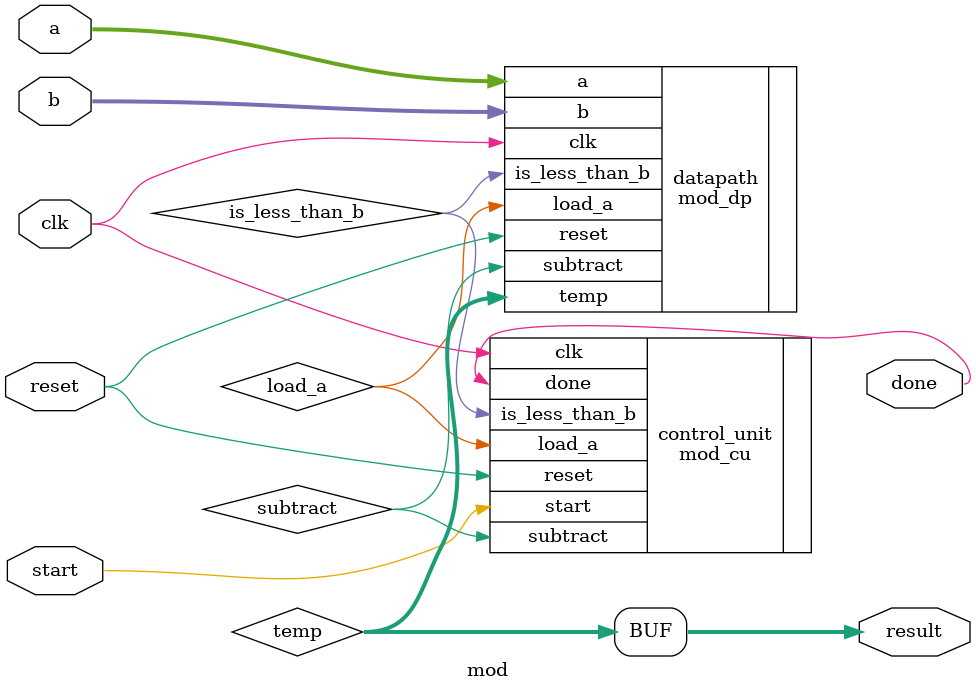
<source format=v>
module mod(
    input clk,
    input reset,
    input start,
    input [31:0] a,
    input [31:0] b,
    output [31:0] result,
    output done
);

// Wires to connect the control unit and datapath
wire load_a;
wire subtract;
wire is_less_than_b;
wire [31:0] temp;

// Instantiate the control unit
mod_cu control_unit(
  .clk(clk),
  .reset(reset),
  .start(start),
  .is_less_than_b(is_less_than_b),
  .load_a(load_a),
  .subtract(subtract),
  .done(done)
);

// Instantiate the datapath
mod_dp datapath(
  .clk(clk),
  .reset(reset),
  .a(a),
  .b(b),
  .load_a(load_a),
  .subtract(subtract),
  .temp(temp),
  .is_less_than_b(is_less_than_b)
);

// Connect the result of the datapath to the output
assign result = temp;

endmodule

</source>
